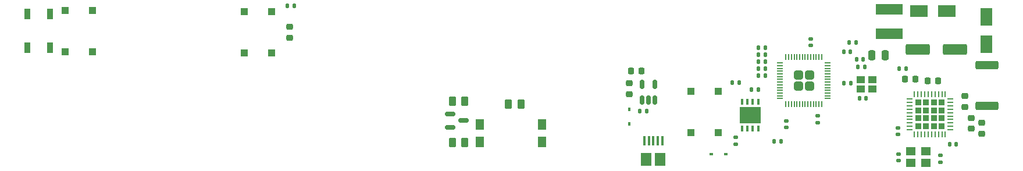
<source format=gbr>
%TF.GenerationSoftware,KiCad,Pcbnew,(6.0.8-1)-1*%
%TF.CreationDate,2022-11-21T09:11:56+01:00*%
%TF.ProjectId,KNXCurrent,4b4e5843-7572-4726-956e-742e6b696361,rev?*%
%TF.SameCoordinates,Original*%
%TF.FileFunction,Paste,Top*%
%TF.FilePolarity,Positive*%
%FSLAX46Y46*%
G04 Gerber Fmt 4.6, Leading zero omitted, Abs format (unit mm)*
G04 Created by KiCad (PCBNEW (6.0.8-1)-1) date 2022-11-21 09:11:56*
%MOMM*%
%LPD*%
G01*
G04 APERTURE LIST*
G04 Aperture macros list*
%AMRoundRect*
0 Rectangle with rounded corners*
0 $1 Rounding radius*
0 $2 $3 $4 $5 $6 $7 $8 $9 X,Y pos of 4 corners*
0 Add a 4 corners polygon primitive as box body*
4,1,4,$2,$3,$4,$5,$6,$7,$8,$9,$2,$3,0*
0 Add four circle primitives for the rounded corners*
1,1,$1+$1,$2,$3*
1,1,$1+$1,$4,$5*
1,1,$1+$1,$6,$7*
1,1,$1+$1,$8,$9*
0 Add four rect primitives between the rounded corners*
20,1,$1+$1,$2,$3,$4,$5,0*
20,1,$1+$1,$4,$5,$6,$7,0*
20,1,$1+$1,$6,$7,$8,$9,0*
20,1,$1+$1,$8,$9,$2,$3,0*%
G04 Aperture macros list end*
%ADD10RoundRect,0.225000X-0.250000X0.225000X-0.250000X-0.225000X0.250000X-0.225000X0.250000X0.225000X0*%
%ADD11RoundRect,0.140000X0.140000X0.170000X-0.140000X0.170000X-0.140000X-0.170000X0.140000X-0.170000X0*%
%ADD12RoundRect,0.250000X-0.250000X-0.475000X0.250000X-0.475000X0.250000X0.475000X-0.250000X0.475000X0*%
%ADD13RoundRect,0.250000X1.500000X0.550000X-1.500000X0.550000X-1.500000X-0.550000X1.500000X-0.550000X0*%
%ADD14R,0.900000X1.500000*%
%ADD15RoundRect,0.135000X0.135000X0.185000X-0.135000X0.185000X-0.135000X-0.185000X0.135000X-0.185000X0*%
%ADD16RoundRect,0.150000X0.150000X-0.512500X0.150000X0.512500X-0.150000X0.512500X-0.150000X-0.512500X0*%
%ADD17R,1.297940X1.498600*%
%ADD18R,1.400000X1.200000*%
%ADD19R,0.450000X0.600000*%
%ADD20RoundRect,0.150000X-0.587500X-0.150000X0.587500X-0.150000X0.587500X0.150000X-0.587500X0.150000X0*%
%ADD21R,4.000000X1.500000*%
%ADD22RoundRect,0.218750X0.256250X-0.218750X0.256250X0.218750X-0.256250X0.218750X-0.256250X-0.218750X0*%
%ADD23R,1.000000X1.000000*%
%ADD24RoundRect,0.250000X0.262500X0.450000X-0.262500X0.450000X-0.262500X-0.450000X0.262500X-0.450000X0*%
%ADD25RoundRect,0.250000X1.425000X-0.362500X1.425000X0.362500X-1.425000X0.362500X-1.425000X-0.362500X0*%
%ADD26RoundRect,0.140000X-0.170000X0.140000X-0.170000X-0.140000X0.170000X-0.140000X0.170000X0.140000X0*%
%ADD27RoundRect,0.135000X-0.135000X-0.185000X0.135000X-0.185000X0.135000X0.185000X-0.135000X0.185000X0*%
%ADD28RoundRect,0.140000X0.170000X-0.140000X0.170000X0.140000X-0.170000X0.140000X-0.170000X-0.140000X0*%
%ADD29RoundRect,0.225000X0.225000X0.250000X-0.225000X0.250000X-0.225000X-0.250000X0.225000X-0.250000X0*%
%ADD30RoundRect,0.140000X-0.140000X-0.170000X0.140000X-0.170000X0.140000X0.170000X-0.140000X0.170000X0*%
%ADD31RoundRect,0.050000X0.387500X-0.050000X0.387500X0.050000X-0.387500X0.050000X-0.387500X-0.050000X0*%
%ADD32RoundRect,0.050000X0.050000X-0.387500X0.050000X0.387500X-0.050000X0.387500X-0.050000X-0.387500X0*%
%ADD33RoundRect,0.249999X0.395001X-0.395001X0.395001X0.395001X-0.395001X0.395001X-0.395001X-0.395001X0*%
%ADD34R,3.100000X2.400000*%
%ADD35R,0.350000X0.850000*%
%ADD36RoundRect,0.225000X-0.225000X-0.250000X0.225000X-0.250000X0.225000X0.250000X-0.225000X0.250000X0*%
%ADD37RoundRect,0.062500X0.062500X0.350000X-0.062500X0.350000X-0.062500X-0.350000X0.062500X-0.350000X0*%
%ADD38RoundRect,0.062500X0.350000X0.062500X-0.350000X0.062500X-0.350000X-0.062500X0.350000X-0.062500X0*%
%ADD39RoundRect,0.232500X0.232500X0.232500X-0.232500X0.232500X-0.232500X-0.232500X0.232500X-0.232500X0*%
%ADD40RoundRect,0.225000X0.250000X-0.225000X0.250000X0.225000X-0.250000X0.225000X-0.250000X-0.225000X0*%
%ADD41R,0.600000X0.450000*%
%ADD42RoundRect,0.135000X0.185000X-0.135000X0.185000X0.135000X-0.185000X0.135000X-0.185000X-0.135000X0*%
%ADD43RoundRect,0.250000X-0.262500X-0.450000X0.262500X-0.450000X0.262500X0.450000X-0.262500X0.450000X0*%
%ADD44R,1.800000X2.500000*%
%ADD45R,2.500000X1.800000*%
%ADD46R,1.150000X1.000000*%
%ADD47R,1.500000X1.900000*%
%ADD48R,0.400000X1.350000*%
G04 APERTURE END LIST*
D10*
%TO.C,C3*%
X215650000Y-112290456D03*
X215650000Y-110740456D03*
%TD*%
D11*
%TO.C,C11*%
X197899200Y-107131458D03*
X198859200Y-107131458D03*
%TD*%
D12*
%TO.C,C101*%
X201598200Y-100886458D03*
X199698200Y-100886458D03*
%TD*%
D11*
%TO.C,C26*%
X179385200Y-104845458D03*
X180345200Y-104845458D03*
%TD*%
D13*
%TO.C,C4*%
X206375200Y-100019458D03*
X211775200Y-100019458D03*
%TD*%
D14*
%TO.C,LED1*%
X80050000Y-99750000D03*
X76750000Y-99750000D03*
X76750000Y-94850000D03*
X80050000Y-94850000D03*
%TD*%
D15*
%TO.C,R5*%
X195640000Y-104915456D03*
X196660000Y-104915456D03*
%TD*%
D16*
%TO.C,U4*%
X166194000Y-105121956D03*
X168094000Y-105121956D03*
X168094000Y-107396956D03*
X167144000Y-107396956D03*
X166194000Y-107396956D03*
%TD*%
D17*
%TO.C,U2*%
X142638400Y-113502400D03*
X142638400Y-110962400D03*
X151636740Y-110962400D03*
X151636740Y-113502400D03*
%TD*%
D18*
%TO.C,X1*%
X207561200Y-116539458D03*
X205361200Y-116539458D03*
X205361200Y-114839458D03*
X207561200Y-114839458D03*
%TD*%
D19*
%TO.C,D3*%
X164350000Y-110865456D03*
X164350000Y-108765456D03*
%TD*%
D20*
%TO.C,Q1*%
X140201900Y-110403600D03*
X138326900Y-111353600D03*
X138326900Y-109453600D03*
%TD*%
D21*
%TO.C,L1*%
X202217200Y-94155458D03*
X202217200Y-97755458D03*
%TD*%
D22*
%TO.C,D4*%
X114888200Y-96745615D03*
X114888200Y-98320615D03*
%TD*%
D23*
%TO.C,SW3*%
X177350000Y-106163458D03*
X177350000Y-112163458D03*
X173350000Y-106163458D03*
X173350000Y-112163458D03*
%TD*%
D24*
%TO.C,R6*%
X146786600Y-107965200D03*
X148611600Y-107965200D03*
%TD*%
D15*
%TO.C,R4*%
X196373200Y-99003458D03*
X197393200Y-99003458D03*
%TD*%
D25*
%TO.C,R1*%
X216441200Y-102352956D03*
X216441200Y-108277956D03*
%TD*%
D26*
%TO.C,C12*%
X187231200Y-111421458D03*
X187231200Y-110461458D03*
%TD*%
D11*
%TO.C,C6*%
X211008400Y-113799856D03*
X211968400Y-113799856D03*
%TD*%
D24*
%TO.C,R7*%
X138605900Y-107609600D03*
X140430900Y-107609600D03*
%TD*%
D11*
%TO.C,C24*%
X183195200Y-99765458D03*
X184155200Y-99765458D03*
%TD*%
D27*
%TO.C,R12*%
X183165200Y-103829458D03*
X184185200Y-103829458D03*
%TD*%
D23*
%TO.C,SW1*%
X86211200Y-94407313D03*
X86211200Y-100407313D03*
X82211200Y-94407313D03*
X82211200Y-100407313D03*
%TD*%
D27*
%TO.C,R13*%
X183165200Y-102813458D03*
X184185200Y-102813458D03*
%TD*%
D11*
%TO.C,C23*%
X183195200Y-100781458D03*
X184155200Y-100781458D03*
%TD*%
D28*
%TO.C,C5*%
X203487200Y-111477458D03*
X203487200Y-112437458D03*
%TD*%
D29*
%TO.C,C21*%
X164591000Y-103211456D03*
X166141000Y-103211456D03*
%TD*%
D30*
%TO.C,C25*%
X198430000Y-101515456D03*
X197470000Y-101515456D03*
%TD*%
D10*
%TO.C,C1*%
X214150000Y-111590456D03*
X214150000Y-110040456D03*
%TD*%
D31*
%TO.C,U5*%
X186333700Y-107191458D03*
X186333700Y-106791458D03*
X186333700Y-106391458D03*
X186333700Y-105991458D03*
X186333700Y-105591458D03*
X186333700Y-105191458D03*
X186333700Y-104791458D03*
X186333700Y-104391458D03*
X186333700Y-103991458D03*
X186333700Y-103591458D03*
X186333700Y-103191458D03*
X186333700Y-102791458D03*
X186333700Y-102391458D03*
X186333700Y-101991458D03*
D32*
X187171200Y-101153958D03*
X187571200Y-101153958D03*
X187971200Y-101153958D03*
X188371200Y-101153958D03*
X188771200Y-101153958D03*
X189171200Y-101153958D03*
X189571200Y-101153958D03*
X189971200Y-101153958D03*
X190371200Y-101153958D03*
X190771200Y-101153958D03*
X191171200Y-101153958D03*
X191571200Y-101153958D03*
X191971200Y-101153958D03*
X192371200Y-101153958D03*
D31*
X193208700Y-101991458D03*
X193208700Y-102391458D03*
X193208700Y-102791458D03*
X193208700Y-103191458D03*
X193208700Y-103591458D03*
X193208700Y-103991458D03*
X193208700Y-104391458D03*
X193208700Y-104791458D03*
X193208700Y-105191458D03*
X193208700Y-105591458D03*
X193208700Y-105991458D03*
X193208700Y-106391458D03*
X193208700Y-106791458D03*
X193208700Y-107191458D03*
D32*
X192371200Y-108028958D03*
X191971200Y-108028958D03*
X191571200Y-108028958D03*
X191171200Y-108028958D03*
X190771200Y-108028958D03*
X190371200Y-108028958D03*
X189971200Y-108028958D03*
X189571200Y-108028958D03*
X189171200Y-108028958D03*
X188771200Y-108028958D03*
X188371200Y-108028958D03*
X187971200Y-108028958D03*
X187571200Y-108028958D03*
X187171200Y-108028958D03*
D33*
X188971200Y-105391458D03*
X190571200Y-103791458D03*
X188971200Y-103791458D03*
X190571200Y-105391458D03*
%TD*%
D15*
%TO.C,R8*%
X185440000Y-113415456D03*
X186460000Y-113415456D03*
%TD*%
D34*
%TO.C,IC1*%
X181950000Y-109615456D03*
D35*
X180750000Y-107665456D03*
X181550000Y-107665456D03*
X182350000Y-107665456D03*
X183150000Y-107665456D03*
X183150000Y-111565456D03*
X182350000Y-111565456D03*
X181550000Y-111565456D03*
X180750000Y-111565456D03*
%TD*%
D36*
%TO.C,C41*%
X209342200Y-104591458D03*
X207792200Y-104591458D03*
%TD*%
%TO.C,C10*%
X206026200Y-104369458D03*
X204476200Y-104369458D03*
%TD*%
D15*
%TO.C,R9*%
X114569200Y-93723115D03*
X115589200Y-93723115D03*
%TD*%
D26*
%TO.C,C9*%
X209686200Y-116424458D03*
X209686200Y-115464458D03*
%TD*%
D11*
%TO.C,C18*%
X183195200Y-101797458D03*
X184155200Y-101797458D03*
%TD*%
D37*
%TO.C,U1*%
X210376200Y-112421958D03*
X209876200Y-112421958D03*
X209376200Y-112421958D03*
X208876200Y-112421958D03*
X208376200Y-112421958D03*
X207876200Y-112421958D03*
X207376200Y-112421958D03*
X206876200Y-112421958D03*
X206376200Y-112421958D03*
X205876200Y-112421958D03*
D38*
X205188700Y-111734458D03*
X205188700Y-111234458D03*
X205188700Y-110734458D03*
X205188700Y-110234458D03*
X205188700Y-109734458D03*
X205188700Y-109234458D03*
X205188700Y-108734458D03*
X205188700Y-108234458D03*
X205188700Y-107734458D03*
X205188700Y-107234458D03*
D37*
X205876200Y-106546958D03*
X206376200Y-106546958D03*
X206876200Y-106546958D03*
X207376200Y-106546958D03*
X207876200Y-106546958D03*
X208376200Y-106546958D03*
X208876200Y-106546958D03*
X209376200Y-106546958D03*
X209876200Y-106546958D03*
X210376200Y-106546958D03*
D38*
X211063700Y-107234458D03*
X211063700Y-107734458D03*
X211063700Y-108234458D03*
X211063700Y-108734458D03*
X211063700Y-109234458D03*
X211063700Y-109734458D03*
X211063700Y-110234458D03*
X211063700Y-110734458D03*
X211063700Y-111234458D03*
X211063700Y-111734458D03*
D39*
X207551200Y-107759458D03*
X206401200Y-107759458D03*
X207551200Y-110059458D03*
X208701200Y-107759458D03*
X206401200Y-110059458D03*
X206401200Y-111209458D03*
X209851200Y-107759458D03*
X209851200Y-110059458D03*
X208701200Y-108909458D03*
X209851200Y-108909458D03*
X208701200Y-111209458D03*
X208701200Y-110059458D03*
X207551200Y-111209458D03*
X209851200Y-111209458D03*
X206401200Y-108909458D03*
X207551200Y-108909458D03*
%TD*%
D23*
%TO.C,SW2*%
X112316200Y-94533115D03*
X112316200Y-100533115D03*
X108316200Y-94533115D03*
X108316200Y-100533115D03*
%TD*%
D27*
%TO.C,R3*%
X166892000Y-109053456D03*
X165872000Y-109053456D03*
%TD*%
D40*
%TO.C,C2*%
X213250000Y-106840456D03*
X213250000Y-108390456D03*
%TD*%
D41*
%TO.C,D6*%
X178400000Y-115315456D03*
X176300000Y-115315456D03*
%TD*%
D30*
%TO.C,C20*%
X183139200Y-105861458D03*
X182179200Y-105861458D03*
%TD*%
D40*
%TO.C,C7*%
X164350000Y-104976456D03*
X164350000Y-106526456D03*
%TD*%
D27*
%TO.C,R2*%
X204691200Y-102809458D03*
X203671200Y-102809458D03*
%TD*%
D11*
%TO.C,C19*%
X195570000Y-100415456D03*
X196530000Y-100415456D03*
%TD*%
D28*
%TO.C,C22*%
X190787200Y-98523458D03*
X190787200Y-99483458D03*
%TD*%
D11*
%TO.C,C17*%
X197673200Y-102559458D03*
X198633200Y-102559458D03*
%TD*%
D42*
%TO.C,R11*%
X179850000Y-112805456D03*
X179850000Y-113825456D03*
%TD*%
D28*
%TO.C,C8*%
X203581200Y-115279458D03*
X203581200Y-116239458D03*
%TD*%
D26*
%TO.C,C13*%
X191803200Y-110687458D03*
X191803200Y-109727458D03*
%TD*%
D43*
%TO.C,R10*%
X140430900Y-113553200D03*
X138605900Y-113553200D03*
%TD*%
D44*
%TO.C,D1*%
X216350000Y-95315456D03*
X216350000Y-99315456D03*
%TD*%
D45*
%TO.C,D2*%
X210567200Y-94431458D03*
X206567200Y-94431458D03*
%TD*%
D46*
%TO.C,X2*%
X198040200Y-104399458D03*
X199790200Y-104399458D03*
X199790200Y-105799458D03*
X198040200Y-105799458D03*
%TD*%
D47*
%TO.C,J4*%
X166850000Y-116052956D03*
X168850000Y-116052956D03*
D48*
X169150000Y-113352956D03*
X168500000Y-113352956D03*
X167850000Y-113352956D03*
X167200000Y-113352956D03*
X166550000Y-113352956D03*
%TD*%
M02*

</source>
